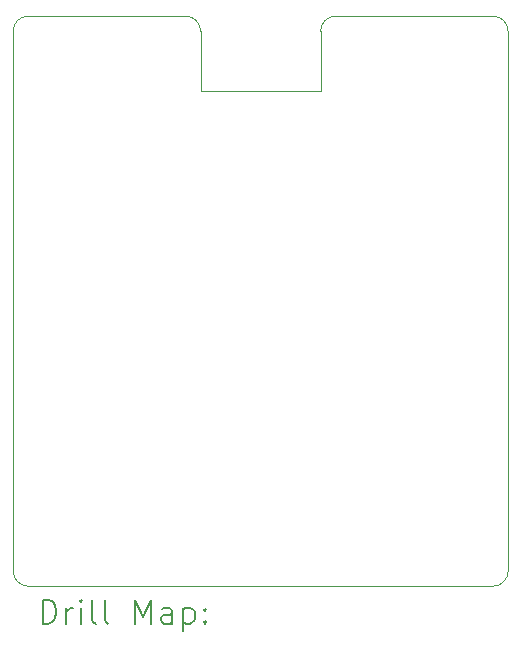
<source format=gbr>
%TF.GenerationSoftware,KiCad,Pcbnew,(6.0.7-1)-1*%
%TF.CreationDate,2022-08-30T19:37:24+08:00*%
%TF.ProjectId,Control,436f6e74-726f-46c2-9e6b-696361645f70,V3.2.2*%
%TF.SameCoordinates,PX7df6180PY32de760*%
%TF.FileFunction,Drillmap*%
%TF.FilePolarity,Positive*%
%FSLAX45Y45*%
G04 Gerber Fmt 4.5, Leading zero omitted, Abs format (unit mm)*
G04 Created by KiCad (PCBNEW (6.0.7-1)-1) date 2022-08-30 19:37:24*
%MOMM*%
%LPD*%
G01*
G04 APERTURE LIST*
%ADD10C,0.120000*%
%ADD11C,0.200000*%
G04 APERTURE END LIST*
D10*
X2730500Y-4254500D02*
X-1206500Y-4254500D01*
X-1333500Y-4127500D02*
X-1333500Y444500D01*
X1397000Y571500D02*
G75*
G03*
X1270000Y444500I0J-127000D01*
G01*
X2857500Y444500D02*
G75*
G03*
X2730500Y571500I-127000J0D01*
G01*
X-1333500Y-4127500D02*
G75*
G03*
X-1206500Y-4254500I127000J0D01*
G01*
X1270000Y444500D02*
X1270000Y-63500D01*
X2730500Y-4254500D02*
G75*
G03*
X2857500Y-4127500I0J127000D01*
G01*
X-1206500Y571500D02*
G75*
G03*
X-1333500Y444500I0J-127000D01*
G01*
X254000Y-63500D02*
X254000Y444500D01*
X1270000Y-63500D02*
X254000Y-63500D01*
X1397000Y571500D02*
X2730500Y571500D01*
X2857500Y444500D02*
X2857500Y-4127500D01*
X254000Y444500D02*
G75*
G03*
X127000Y571500I-127000J0D01*
G01*
X127000Y571500D02*
X-1206500Y571500D01*
D11*
X-1081881Y-4570976D02*
X-1081881Y-4370976D01*
X-1034262Y-4370976D01*
X-1005690Y-4380500D01*
X-986643Y-4399548D01*
X-977119Y-4418595D01*
X-967595Y-4456690D01*
X-967595Y-4485262D01*
X-977119Y-4523357D01*
X-986643Y-4542405D01*
X-1005690Y-4561452D01*
X-1034262Y-4570976D01*
X-1081881Y-4570976D01*
X-881881Y-4570976D02*
X-881881Y-4437643D01*
X-881881Y-4475738D02*
X-872357Y-4456690D01*
X-862833Y-4447167D01*
X-843786Y-4437643D01*
X-824738Y-4437643D01*
X-758071Y-4570976D02*
X-758071Y-4437643D01*
X-758071Y-4370976D02*
X-767595Y-4380500D01*
X-758071Y-4390024D01*
X-748548Y-4380500D01*
X-758071Y-4370976D01*
X-758071Y-4390024D01*
X-634262Y-4570976D02*
X-653310Y-4561452D01*
X-662833Y-4542405D01*
X-662833Y-4370976D01*
X-529500Y-4570976D02*
X-548548Y-4561452D01*
X-558072Y-4542405D01*
X-558072Y-4370976D01*
X-300929Y-4570976D02*
X-300929Y-4370976D01*
X-234262Y-4513833D01*
X-167595Y-4370976D01*
X-167595Y-4570976D01*
X13357Y-4570976D02*
X13357Y-4466214D01*
X3833Y-4447167D01*
X-15214Y-4437643D01*
X-53310Y-4437643D01*
X-72357Y-4447167D01*
X13357Y-4561452D02*
X-5690Y-4570976D01*
X-53310Y-4570976D01*
X-72357Y-4561452D01*
X-81881Y-4542405D01*
X-81881Y-4523357D01*
X-72357Y-4504310D01*
X-53310Y-4494786D01*
X-5690Y-4494786D01*
X13357Y-4485262D01*
X108595Y-4437643D02*
X108595Y-4637643D01*
X108595Y-4447167D02*
X127643Y-4437643D01*
X165738Y-4437643D01*
X184786Y-4447167D01*
X194309Y-4456690D01*
X203833Y-4475738D01*
X203833Y-4532881D01*
X194309Y-4551929D01*
X184786Y-4561452D01*
X165738Y-4570976D01*
X127643Y-4570976D01*
X108595Y-4561452D01*
X289548Y-4551929D02*
X299071Y-4561452D01*
X289548Y-4570976D01*
X280024Y-4561452D01*
X289548Y-4551929D01*
X289548Y-4570976D01*
X289548Y-4447167D02*
X299071Y-4456690D01*
X289548Y-4466214D01*
X280024Y-4456690D01*
X289548Y-4447167D01*
X289548Y-4466214D01*
M02*

</source>
